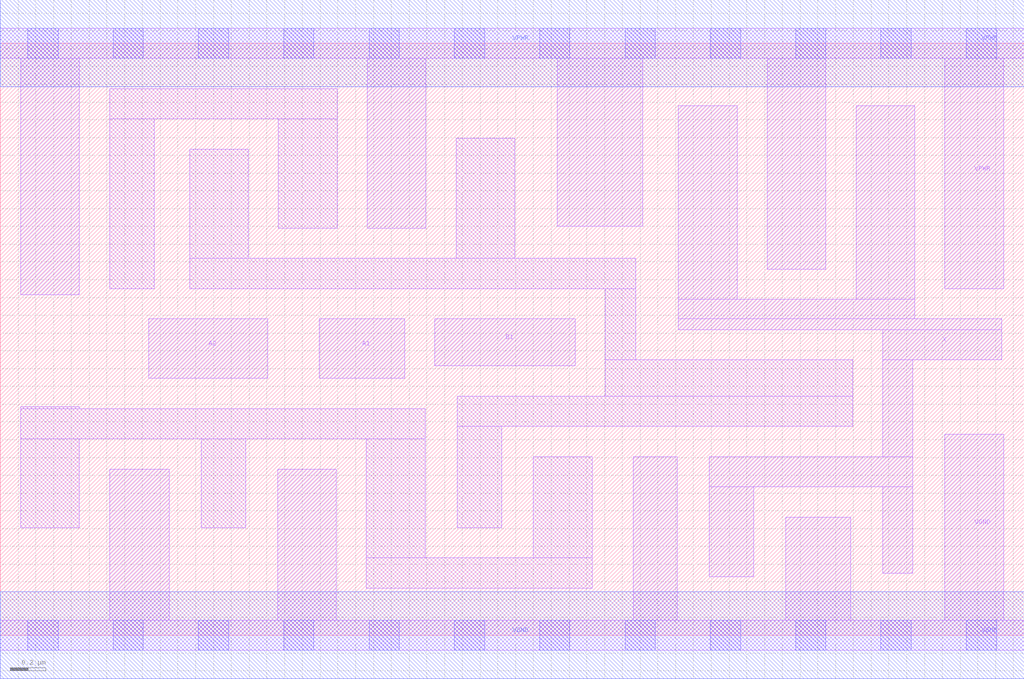
<source format=lef>
# Copyright 2020 The SkyWater PDK Authors
#
# Licensed under the Apache License, Version 2.0 (the "License");
# you may not use this file except in compliance with the License.
# You may obtain a copy of the License at
#
#     https://www.apache.org/licenses/LICENSE-2.0
#
# Unless required by applicable law or agreed to in writing, software
# distributed under the License is distributed on an "AS IS" BASIS,
# WITHOUT WARRANTIES OR CONDITIONS OF ANY KIND, either express or implied.
# See the License for the specific language governing permissions and
# limitations under the License.
#
# SPDX-License-Identifier: Apache-2.0

VERSION 5.7 ;
  NAMESCASESENSITIVE ON ;
  NOWIREEXTENSIONATPIN ON ;
  DIVIDERCHAR "/" ;
  BUSBITCHARS "[]" ;
UNITS
  DATABASE MICRONS 200 ;
END UNITS
MACRO sky130_fd_sc_hs__o21a_4
  CLASS CORE ;
  SOURCE USER ;
  FOREIGN sky130_fd_sc_hs__o21a_4 ;
  ORIGIN  0.000000  0.000000 ;
  SIZE  5.760000 BY  3.330000 ;
  SYMMETRY X Y ;
  SITE unit ;
  PIN A1
    ANTENNAGATEAREA  0.492000 ;
    DIRECTION INPUT ;
    USE SIGNAL ;
    PORT
      LAYER li1 ;
        RECT 1.795000 1.445000 2.275000 1.780000 ;
    END
  END A1
  PIN A2
    ANTENNAGATEAREA  0.492000 ;
    DIRECTION INPUT ;
    USE SIGNAL ;
    PORT
      LAYER li1 ;
        RECT 0.835000 1.445000 1.505000 1.780000 ;
    END
  END A2
  PIN B1
    ANTENNAGATEAREA  0.444000 ;
    DIRECTION INPUT ;
    USE SIGNAL ;
    PORT
      LAYER li1 ;
        RECT 2.445000 1.515000 3.235000 1.780000 ;
    END
  END B1
  PIN X
    ANTENNADIFFAREA  1.086400 ;
    DIRECTION OUTPUT ;
    USE SIGNAL ;
    PORT
      LAYER li1 ;
        RECT 3.815000 1.720000 5.635000 1.780000 ;
        RECT 3.815000 1.780000 5.145000 1.890000 ;
        RECT 3.815000 1.890000 4.145000 2.980000 ;
        RECT 3.990000 0.330000 4.240000 0.835000 ;
        RECT 3.990000 0.835000 5.135000 1.005000 ;
        RECT 4.815000 1.890000 5.145000 2.980000 ;
        RECT 4.965000 0.350000 5.135000 0.835000 ;
        RECT 4.965000 1.005000 5.135000 1.550000 ;
        RECT 4.965000 1.550000 5.635000 1.720000 ;
    END
  END X
  PIN VGND
    DIRECTION INOUT ;
    USE GROUND ;
    PORT
      LAYER li1 ;
        RECT 0.000000 -0.085000 5.760000 0.085000 ;
        RECT 0.615000  0.085000 0.950000 0.935000 ;
        RECT 1.560000  0.085000 1.890000 0.935000 ;
        RECT 3.560000  0.085000 3.810000 1.005000 ;
        RECT 4.420000  0.085000 4.785000 0.665000 ;
        RECT 5.315000  0.085000 5.645000 1.130000 ;
      LAYER mcon ;
        RECT 0.155000 -0.085000 0.325000 0.085000 ;
        RECT 0.635000 -0.085000 0.805000 0.085000 ;
        RECT 1.115000 -0.085000 1.285000 0.085000 ;
        RECT 1.595000 -0.085000 1.765000 0.085000 ;
        RECT 2.075000 -0.085000 2.245000 0.085000 ;
        RECT 2.555000 -0.085000 2.725000 0.085000 ;
        RECT 3.035000 -0.085000 3.205000 0.085000 ;
        RECT 3.515000 -0.085000 3.685000 0.085000 ;
        RECT 3.995000 -0.085000 4.165000 0.085000 ;
        RECT 4.475000 -0.085000 4.645000 0.085000 ;
        RECT 4.955000 -0.085000 5.125000 0.085000 ;
        RECT 5.435000 -0.085000 5.605000 0.085000 ;
      LAYER met1 ;
        RECT 0.000000 -0.245000 5.760000 0.245000 ;
    END
  END VGND
  PIN VPWR
    DIRECTION INOUT ;
    USE POWER ;
    PORT
      LAYER li1 ;
        RECT 0.000000 3.245000 5.760000 3.415000 ;
        RECT 0.115000 1.915000 0.445000 3.245000 ;
        RECT 2.065000 2.290000 2.395000 3.245000 ;
        RECT 3.135000 2.300000 3.615000 3.245000 ;
        RECT 4.315000 2.060000 4.645000 3.245000 ;
        RECT 5.315000 1.950000 5.645000 3.245000 ;
      LAYER mcon ;
        RECT 0.155000 3.245000 0.325000 3.415000 ;
        RECT 0.635000 3.245000 0.805000 3.415000 ;
        RECT 1.115000 3.245000 1.285000 3.415000 ;
        RECT 1.595000 3.245000 1.765000 3.415000 ;
        RECT 2.075000 3.245000 2.245000 3.415000 ;
        RECT 2.555000 3.245000 2.725000 3.415000 ;
        RECT 3.035000 3.245000 3.205000 3.415000 ;
        RECT 3.515000 3.245000 3.685000 3.415000 ;
        RECT 3.995000 3.245000 4.165000 3.415000 ;
        RECT 4.475000 3.245000 4.645000 3.415000 ;
        RECT 4.955000 3.245000 5.125000 3.415000 ;
        RECT 5.435000 3.245000 5.605000 3.415000 ;
      LAYER met1 ;
        RECT 0.000000 3.085000 5.760000 3.575000 ;
    END
  END VPWR
  OBS
    LAYER li1 ;
      RECT 0.115000 0.605000 0.445000 1.105000 ;
      RECT 0.115000 1.105000 2.390000 1.275000 ;
      RECT 0.115000 1.275000 0.445000 1.285000 ;
      RECT 0.615000 1.950000 0.865000 2.905000 ;
      RECT 0.615000 2.905000 1.895000 3.075000 ;
      RECT 1.065000 1.950000 3.575000 2.120000 ;
      RECT 1.065000 2.120000 1.395000 2.735000 ;
      RECT 1.130000 0.605000 1.380000 1.105000 ;
      RECT 1.565000 2.290000 1.895000 2.905000 ;
      RECT 2.060000 0.265000 3.330000 0.435000 ;
      RECT 2.060000 0.435000 2.390000 1.105000 ;
      RECT 2.565000 2.120000 2.895000 2.795000 ;
      RECT 2.570000 0.605000 2.820000 1.175000 ;
      RECT 2.570000 1.175000 4.795000 1.345000 ;
      RECT 3.000000 0.435000 3.330000 1.005000 ;
      RECT 3.405000 1.345000 4.795000 1.550000 ;
      RECT 3.405000 1.550000 3.575000 1.950000 ;
  END
END sky130_fd_sc_hs__o21a_4

</source>
